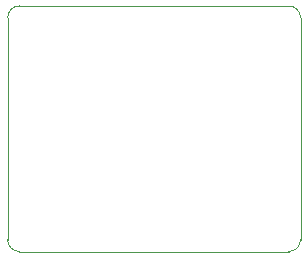
<source format=gbr>
%TF.GenerationSoftware,KiCad,Pcbnew,8.0.4*%
%TF.CreationDate,2024-09-13T11:56:03+01:00*%
%TF.ProjectId,MkI,4d6b492e-6b69-4636-9164-5f7063625858,rev?*%
%TF.SameCoordinates,Original*%
%TF.FileFunction,Profile,NP*%
%FSLAX46Y46*%
G04 Gerber Fmt 4.6, Leading zero omitted, Abs format (unit mm)*
G04 Created by KiCad (PCBNEW 8.0.4) date 2024-09-13 11:56:03*
%MOMM*%
%LPD*%
G01*
G04 APERTURE LIST*
%TA.AperFunction,Profile*%
%ADD10C,0.050000*%
%TD*%
G04 APERTURE END LIST*
D10*
X109825000Y-76595000D02*
G75*
G02*
X110824964Y-77595000I-36J-1000000D01*
G01*
X86025000Y-77595000D02*
G75*
G02*
X87025000Y-76595036I999964J0D01*
G01*
X86025000Y-77595000D02*
X86025000Y-96395000D01*
X109825000Y-97395000D02*
X87025000Y-97395000D01*
X87025000Y-76595000D02*
X109825000Y-76595000D01*
X87025000Y-97395000D02*
G75*
G02*
X86024964Y-96395000I-36J1000000D01*
G01*
X110825000Y-77595000D02*
X110825000Y-96395000D01*
X110825000Y-96395000D02*
G75*
G02*
X109825000Y-97395036I-1000036J0D01*
G01*
M02*

</source>
